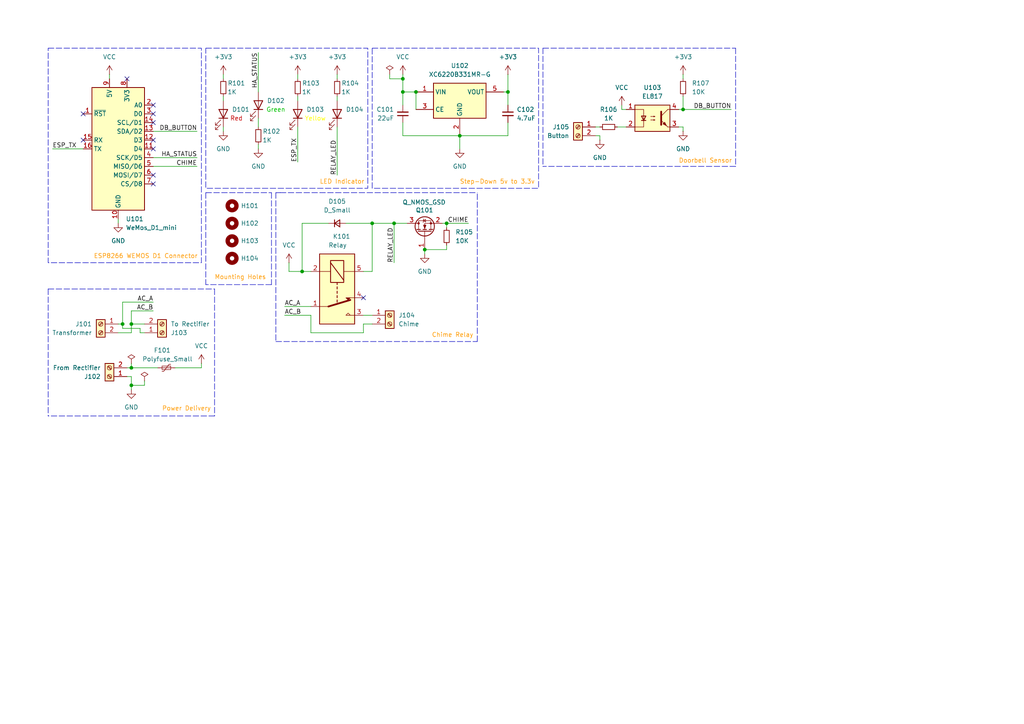
<source format=kicad_sch>
(kicad_sch (version 20231120) (generator "eeschema") (generator_version "8.0")
  (paper "A4")
  (title_block (date "2024-06-12") (rev "v1.0"))
  (lib_symbols
    (symbol "Connector:Screw_Terminal_01x02" (pin_names (offset 1.016) hide)
      (property "Reference" "J" (at 0 2.54 0))
      (property "Value" "Screw_Terminal_01x02" (at 0 -5.08 0))
      (symbol "Screw_Terminal_01x02_1_1"
        (rectangle (start -1.27 1.27) (end 1.27 -3.81) (stroke (width 0.254)) (fill (type background)))
        (circle (center 0 -2.54) (radius 0.635) (stroke (width 0.1524)))
        (polyline (pts (xy -0.5334 -2.2098) (xy 0.3302 -3.048)) (stroke (width 0.1524)))
        (polyline (pts (xy -0.5334 0.3302) (xy 0.3302 -0.508)) (stroke (width 0.1524)))
        (polyline (pts (xy -0.3556 -2.032) (xy 0.508 -2.8702)) (stroke (width 0.1524)))
        (polyline (pts (xy -0.3556 0.508) (xy 0.508 -0.3302)) (stroke (width 0.1524)))
        (circle (center 0 0) (radius 0.635) (stroke (width 0.1524)))
        (pin passive line (at -5.08 0 0) (length 3.81) (name "Pin_1") (number "1"))
        (pin passive line (at -5.08 -2.54 0) (length 3.81) (name "Pin_2") (number "2"))
      )
    )
    (symbol "Device:C_Small" (pin_numbers hide) (pin_names (offset 0.254) hide)
      (property "Reference" "C" (at 0.254 1.778 0))
      (property "Value" "C_Small" (at 0.254 -2.032 0))
      (symbol "C_Small_0_1"
        (polyline (pts (xy -1.524 -0.508) (xy 1.524 -0.508)) (stroke (width 0.3302)))
        (polyline (pts (xy -1.524 0.508) (xy 1.524 0.508)) (stroke (width 0.3048)))
      )
      (symbol "C_Small_1_1"
        (pin passive line (at 0 2.54 270) (length 2.032) (name "~") (number "1"))
        (pin passive line (at 0 -2.54 90) (length 2.032) (name "~") (number "2"))
      )
    )
    (symbol "Device:D_Small" (pin_numbers hide) (pin_names (offset 0.254) hide)
      (property "Reference" "D" (at -1.27 2.032 0))
      (property "Value" "D_Small" (at -3.81 -2.032 0))
      (symbol "D_Small_0_1"
        (polyline (pts (xy -0.762 -1.016) (xy -0.762 1.016)) (stroke (width 0.254)))
        (polyline (pts (xy -0.762 0) (xy 0.762 0)))
        (polyline (pts (xy 0.762 -1.016) (xy -0.762 0) (xy 0.762 1.016) (xy 0.762 -1.016)) (stroke (width 0.254)))
      )
      (symbol "D_Small_1_1"
        (pin passive line (at -2.54 0 0) (length 1.778) (name "K") (number "1"))
        (pin passive line (at 2.54 0 180) (length 1.778) (name "A") (number "2"))
      )
    )
    (symbol "Device:LED" (pin_numbers hide) (pin_names (offset 1.016) hide)
      (property "Reference" "D" (at 0 2.54 0))
      (property "Value" "LED" (at 0 -2.54 0))
      (symbol "LED_0_1"
        (polyline (pts (xy -1.27 -1.27) (xy -1.27 1.27)) (stroke (width 0.254)))
        (polyline (pts (xy -1.27 0) (xy 1.27 0)))
        (polyline (pts (xy 1.27 -1.27) (xy 1.27 1.27) (xy -1.27 0) (xy 1.27 -1.27)) (stroke (width 0.254)))
        (polyline (pts (xy -3.048 -0.762) (xy -4.572 -2.286) (xy -3.81 -2.286) (xy -4.572 -2.286) (xy -4.572 -1.524)))
        (polyline (pts (xy -1.778 -0.762) (xy -3.302 -2.286) (xy -2.54 -2.286) (xy -3.302 -2.286) (xy -3.302 -1.524)))
      )
      (symbol "LED_1_1"
        (pin passive line (at -3.81 0 0) (length 2.54) (name "K") (number "1"))
        (pin passive line (at 3.81 0 180) (length 2.54) (name "A") (number "2"))
      )
    )
    (symbol "Device:Polyfuse_Small" (pin_numbers hide) (pin_names (offset 0))
      (property "Reference" "F" (at -1.905 0 90))
      (property "Value" "Polyfuse_Small" (at 1.905 0 90))
      (symbol "Polyfuse_Small_0_1"
        (rectangle (start -0.508 1.27) (end 0.508 -1.27))
        (polyline (pts (xy 0 2.54) (xy 0 -2.54)))
        (polyline (pts (xy -1.016 1.27) (xy -1.016 0.762) (xy 1.016 -0.762) (xy 1.016 -1.27)))
      )
      (symbol "Polyfuse_Small_1_1"
        (pin passive line (at 0 2.54 270) (length 0.635) (name "~") (number "1"))
        (pin passive line (at 0 -2.54 90) (length 0.635) (name "~") (number "2"))
      )
    )
    (symbol "Device:Q_NMOS_GSD" (pin_names (offset 0) hide)
      (property "Reference" "Q" (at 5.08 1.27 0))
      (property "Value" "Q_NMOS_GSD" (at 5.08 -1.27 0))
      (symbol "Q_NMOS_GSD_0_1"
        (polyline (pts (xy 0.254 0) (xy -2.54 0)))
        (polyline (pts (xy 0.254 1.905) (xy 0.254 -1.905)) (stroke (width 0.254)))
        (polyline (pts (xy 0.762 -1.27) (xy 0.762 -2.286)) (stroke (width 0.254)))
        (polyline (pts (xy 0.762 0.508) (xy 0.762 -0.508)) (stroke (width 0.254)))
        (polyline (pts (xy 0.762 2.286) (xy 0.762 1.27)) (stroke (width 0.254)))
        (polyline (pts (xy 2.54 2.54) (xy 2.54 1.778)))
        (polyline (pts (xy 2.54 -2.54) (xy 2.54 0) (xy 0.762 0)))
        (polyline (pts (xy 0.762 -1.778) (xy 3.302 -1.778) (xy 3.302 1.778) (xy 0.762 1.778)))
        (polyline (pts (xy 1.016 0) (xy 2.032 0.381) (xy 2.032 -0.381) (xy 1.016 0)) (fill (type outline)))
        (polyline (pts (xy 2.794 0.508) (xy 2.921 0.381) (xy 3.683 0.381) (xy 3.81 0.254)))
        (polyline (pts (xy 3.302 0.381) (xy 2.921 -0.254) (xy 3.683 -0.254) (xy 3.302 0.381)))
        (circle (center 1.651 0) (radius 2.794) (stroke (width 0.254)))
        (circle (center 2.54 -1.778) (radius 0.254) (fill (type outline)))
        (circle (center 2.54 1.778) (radius 0.254) (fill (type outline)))
      )
      (symbol "Q_NMOS_GSD_1_1"
        (pin input line (at -5.08 0 0) (length 2.54) (name "G") (number "1"))
        (pin passive line (at 2.54 -5.08 90) (length 2.54) (name "S") (number "2"))
        (pin passive line (at 2.54 5.08 270) (length 2.54) (name "D") (number "3"))
      )
    )
    (symbol "Device:R_Small" (pin_numbers hide) (pin_names (offset 0.254) hide)
      (property "Reference" "R" (at 0.762 0.508 0))
      (property "Value" "R_Small" (at 0.762 -1.016 0))
      (symbol "R_Small_0_1"
        (rectangle (start -0.762 1.778) (end 0.762 -1.778) (stroke (width 0.2032)))
      )
      (symbol "R_Small_1_1"
        (pin passive line (at 0 2.54 270) (length 0.762) (name "~") (number "1"))
        (pin passive line (at 0 -2.54 90) (length 0.762) (name "~") (number "2"))
      )
    )
    (symbol "GND_1" (power) (pin_numbers hide) (pin_names (offset 0) hide)
      (property "Value" "GND" (at 0 -3.81 0))
      (symbol "GND_1_0_1"
        (polyline (pts (xy 0 0) (xy 0 -1.27) (xy 1.27 -1.27) (xy 0 -2.54) (xy -1.27 -1.27) (xy 0 -1.27)))
      )
      (symbol "GND_1_1_1"
        (pin power_in line (at 0 0 270) (length 0) (name "~") (number "1"))
      )
    )
    (symbol "Isolator:EL817" (pin_names (offset 1.016))
      (property "Reference" "U" (at -5.08 5.08 0))
      (property "Value" "EL817" (at 0 5.08 0))
      (symbol "EL817_0_1"
        (rectangle (start -5.08 3.81) (end 5.08 -3.81) (stroke (width 0.254)) (fill (type background)))
        (polyline (pts (xy -3.175 -0.635) (xy -1.905 -0.635)) (stroke (width 0.254)))
        (polyline (pts (xy 2.54 0.635) (xy 4.445 2.54)))
        (polyline (pts (xy 4.445 -2.54) (xy 2.54 -0.635)) (fill (type outline)))
        (polyline (pts (xy 4.445 -2.54) (xy 5.08 -2.54)))
        (polyline (pts (xy 4.445 2.54) (xy 5.08 2.54)))
        (polyline (pts (xy -5.08 2.54) (xy -2.54 2.54) (xy -2.54 -0.635)))
        (polyline (pts (xy -2.54 -0.635) (xy -2.54 -2.54) (xy -5.08 -2.54)))
        (polyline (pts (xy 2.54 1.905) (xy 2.54 -1.905) (xy 2.54 -1.905)) (stroke (width 0.508)))
        (polyline (pts (xy -2.54 -0.635) (xy -3.175 0.635) (xy -1.905 0.635) (xy -2.54 -0.635)) (stroke (width 0.254)))
        (polyline (pts (xy -0.508 -0.508) (xy 0.762 -0.508) (xy 0.381 -0.635) (xy 0.381 -0.381) (xy 0.762 -0.508)))
        (polyline (pts (xy -0.508 0.508) (xy 0.762 0.508) (xy 0.381 0.381) (xy 0.381 0.635) (xy 0.762 0.508)))
        (polyline (pts (xy 3.048 -1.651) (xy 3.556 -1.143) (xy 4.064 -2.159) (xy 3.048 -1.651) (xy 3.048 -1.651)) (fill (type outline)))
      )
      (symbol "EL817_1_1"
        (pin passive line (at -7.62 2.54 0) (length 2.54) (name "~") (number "1"))
        (pin passive line (at -7.62 -2.54 0) (length 2.54) (name "~") (number "2"))
        (pin passive line (at 7.62 -2.54 180) (length 2.54) (name "~") (number "3"))
        (pin passive line (at 7.62 2.54 180) (length 2.54) (name "~") (number "4"))
      )
    )
    (symbol "MCU_Module:WeMos_D1_mini"
      (property "Reference" "U" (at 3.81 19.05 0))
      (property "Value" "WeMos_D1_mini" (at 1.27 -19.05 0))
      (symbol "WeMos_D1_mini_1_1"
        (rectangle (start -7.62 17.78) (end 7.62 -17.78) (stroke (width 0.254)) (fill (type background)))
        (pin input line (at -10.16 10.16 0) (length 2.54) (name "~{RST}") (number "1"))
        (pin power_in line (at 0 -20.32 90) (length 2.54) (name "GND") (number "10"))
        (pin bidirectional line (at 10.16 0 180) (length 2.54) (name "D4") (number "11"))
        (pin bidirectional line (at 10.16 2.54 180) (length 2.54) (name "D3") (number "12"))
        (pin bidirectional line (at 10.16 5.08 180) (length 2.54) (name "SDA/D2") (number "13"))
        (pin bidirectional line (at 10.16 7.62 180) (length 2.54) (name "SCL/D1") (number "14"))
        (pin input line (at -10.16 2.54 0) (length 2.54) (name "RX") (number "15"))
        (pin output line (at -10.16 0 0) (length 2.54) (name "TX") (number "16"))
        (pin input line (at 10.16 12.7 180) (length 2.54) (name "A0") (number "2"))
        (pin bidirectional line (at 10.16 10.16 180) (length 2.54) (name "D0") (number "3"))
        (pin bidirectional line (at 10.16 -2.54 180) (length 2.54) (name "SCK/D5") (number "4"))
        (pin bidirectional line (at 10.16 -5.08 180) (length 2.54) (name "MISO/D6") (number "5"))
        (pin bidirectional line (at 10.16 -7.62 180) (length 2.54) (name "MOSI/D7") (number "6"))
        (pin bidirectional line (at 10.16 -10.16 180) (length 2.54) (name "CS/D8") (number "7"))
        (pin power_out line (at 2.54 20.32 270) (length 2.54) (name "3V3") (number "8"))
        (pin power_in line (at -2.54 20.32 270) (length 2.54) (name "5V") (number "9"))
      )
    )
    (symbol "Mechanical:MountingHole" (pin_names (offset 1.016))
      (property "Reference" "H" (at 0 5.08 0))
      (property "Value" "MountingHole" (at 0 3.175 0))
      (symbol "MountingHole_0_1"
        (circle (center 0 0) (radius 1.27) (stroke (width 1.27)))
      )
    )
    (symbol "PWR_FLAG_1" (power) (pin_numbers hide) (pin_names (offset 0) hide)
      (property "Value" "PWR_FLAG" (at 0 3.81 0))
      (symbol "PWR_FLAG_1_0_0"
        (pin power_out line (at 0 0 90) (length 0) (name "~") (number "1"))
      )
      (symbol "PWR_FLAG_1_0_1"
        (polyline (pts (xy 0 0) (xy 0 1.27) (xy -1.016 1.905) (xy 0 2.54) (xy 1.016 1.905) (xy 0 1.27)))
      )
    )
    (symbol "Regulator_Linear:XC6220B331MR"
      (property "Reference" "U" (at 0 8.89 0))
      (property "Value" "XC6220B331MR" (at 0 6.35 0))
      (symbol "XC6220B331MR_0_1"
        (rectangle (start -7.62 5.08) (end 7.62 -5.08) (stroke (width 0.254)) (fill (type background)))
      )
      (symbol "XC6220B331MR_1_1"
        (pin power_in line (at -12.7 2.54 0) (length 5.08) (name "VIN") (number "1"))
        (pin power_in line (at 0 -10.16 90) (length 5.08) (name "GND") (number "2"))
        (pin input line (at -12.7 -2.54 0) (length 5.08) (name "CE") (number "3"))
        (pin no_connect line (at 7.62 -2.54 180) (length 5.08) hide (name "NC") (number "4"))
        (pin power_out line (at 12.7 2.54 180) (length 5.08) (name "VOUT") (number "5"))
      )
    )
    (symbol "Relay:SANYOU_SRD_Form_C"
      (property "Reference" "K" (at 11.43 3.81 0))
      (property "Value" "SANYOU_SRD_Form_C" (at 11.43 1.27 0))
      (symbol "SANYOU_SRD_Form_C_0_0"
        (polyline (pts (xy 7.62 5.08) (xy 7.62 2.54) (xy 6.985 3.175) (xy 7.62 3.81)))
      )
      (symbol "SANYOU_SRD_Form_C_0_1"
        (rectangle (start -10.16 5.08) (end 10.16 -5.08) (stroke (width 0.254)) (fill (type background)))
        (rectangle (start -8.255 1.905) (end -1.905 -1.905) (stroke (width 0.254)))
        (polyline (pts (xy -7.62 -1.905) (xy -2.54 1.905)) (stroke (width 0.254)))
        (polyline (pts (xy -5.08 -5.08) (xy -5.08 -1.905)))
        (polyline (pts (xy -5.08 5.08) (xy -5.08 1.905)))
        (polyline (pts (xy -1.905 0) (xy -1.27 0)) (stroke (width 0.254)))
        (polyline (pts (xy -0.635 0) (xy 0 0)) (stroke (width 0.254)))
        (polyline (pts (xy 0.635 0) (xy 1.27 0)) (stroke (width 0.254)))
        (polyline (pts (xy 1.905 0) (xy 2.54 0)) (stroke (width 0.254)))
        (polyline (pts (xy 3.175 0) (xy 3.81 0)) (stroke (width 0.254)))
        (polyline (pts (xy 5.08 -2.54) (xy 3.175 3.81)) (stroke (width 0.508)))
        (polyline (pts (xy 5.08 -2.54) (xy 5.08 -5.08)))
      )
      (symbol "SANYOU_SRD_Form_C_1_1"
        (polyline (pts (xy 2.54 3.81) (xy 3.175 3.175) (xy 2.54 2.54) (xy 2.54 5.08)) (fill (type outline)))
        (pin passive line (at 5.08 -7.62 90) (length 2.54) (name "~") (number "1"))
        (pin passive line (at -5.08 -7.62 90) (length 2.54) (name "~") (number "2"))
        (pin passive line (at 7.62 7.62 270) (length 2.54) (name "~") (number "3"))
        (pin passive line (at 2.54 7.62 270) (length 2.54) (name "~") (number "4"))
        (pin passive line (at -5.08 7.62 270) (length 2.54) (name "~") (number "5"))
      )
    )
    (symbol "power:+3V3" (power) (pin_numbers hide) (pin_names (offset 0) hide)
      (property "Value" "+3V3" (at 0 3.556 0))
      (symbol "+3V3_0_1"
        (polyline (pts (xy -0.762 1.27) (xy 0 2.54)))
        (polyline (pts (xy 0 0) (xy 0 2.54)))
        (polyline (pts (xy 0 2.54) (xy 0.762 1.27)))
      )
      (symbol "+3V3_1_1"
        (pin power_in line (at 0 0 90) (length 0) (name "~") (number "1"))
      )
    )
    (symbol "power:GND" (power) (pin_numbers hide) (pin_names (offset 0) hide)
      (property "Value" "GND" (at 0 -3.81 0))
      (symbol "GND_0_1"
        (polyline (pts (xy 0 0) (xy 0 -1.27) (xy 1.27 -1.27) (xy 0 -2.54) (xy -1.27 -1.27) (xy 0 -1.27)))
      )
      (symbol "GND_1_1"
        (pin power_in line (at 0 0 270) (length 0) (name "~") (number "1"))
      )
    )
    (symbol "power:VCC" (power) (pin_numbers hide) (pin_names (offset 0) hide)
      (property "Value" "VCC" (at 0 3.556 0))
      (symbol "VCC_0_1"
        (polyline (pts (xy -0.762 1.27) (xy 0 2.54)))
        (polyline (pts (xy 0 0) (xy 0 2.54)))
        (polyline (pts (xy 0 2.54) (xy 0.762 1.27)))
      )
      (symbol "VCC_1_1"
        (pin power_in line (at 0 0 90) (length 0) (name "~") (number "1"))
      )
    )
  )
  (junction (at 87.63 78.74))
  (junction (at 107.95 64.77))
  (junction (at 133.35 39.37))
  (junction (at 116.84 26.67))
  (junction (at 38.1 106.68))
  (junction (at 147.32 26.67))
  (junction (at 120.65 26.67))
  (junction (at 198.12 31.75))
  (junction (at 38.1 93.98))
  (junction (at 114.3 64.77))
  (junction (at 38.1 111.76))
  (junction (at 129.54 64.77))
  (junction (at 116.84 22.86))
  (junction (at 123.19 72.39))
  (junction (at 35.56 93.98))
  (no_connect (at 44.45 33.02))
  (no_connect (at 24.13 40.64))
  (no_connect (at 44.45 35.56))
  (no_connect (at 24.13 33.02))
  (no_connect (at 44.45 53.34))
  (no_connect (at 44.45 40.64))
  (no_connect (at 44.45 43.18))
  (no_connect (at 105.41 86.36))
  (no_connect (at 44.45 30.48))
  (no_connect (at 44.45 50.8))
  (no_connect (at 36.83 22.86))
  (wire (pts (xy 34.29 63.5) (xy 34.29 64.77)))
  (wire (pts (xy 129.54 64.77) (xy 135.89 64.77)))
  (wire (pts (xy 180.34 31.75) (xy 181.61 31.75)))
  (wire (pts (xy 198.12 36.83) (xy 198.12 38.1)))
  (polyline (pts (xy 13.97 83.82) (xy 62.23 83.82)) (stroke (width 0) (type dash)))
  (wire (pts (xy 83.82 78.74) (xy 87.63 78.74)))
  (wire (pts (xy 105.41 91.44) (xy 107.95 91.44)))
  (wire (pts (xy 31.75 21.59) (xy 31.75 22.86)))
  (wire (pts (xy 44.45 90.17) (xy 38.1 90.17)))
  (wire (pts (xy 97.79 36.83) (xy 97.79 50.8)))
  (polyline (pts (xy 62.23 120.65) (xy 13.97 120.65)) (stroke (width 0) (type dash)))
  (polyline (pts (xy 13.97 83.82) (xy 13.97 120.65)) (stroke (width 0) (type dash)))
  (wire (pts (xy 38.1 93.98) (xy 41.91 93.98)))
  (wire (pts (xy 38.1 111.76) (xy 41.91 111.76)))
  (wire (pts (xy 147.32 26.67) (xy 147.32 30.48)))
  (wire (pts (xy 114.3 64.77) (xy 118.11 64.77)))
  (wire (pts (xy 105.41 93.98) (xy 107.95 93.98)))
  (wire (pts (xy 86.36 27.94) (xy 86.36 29.21)))
  (polyline (pts (xy 81.28 55.88) (xy 138.43 55.88)) (stroke (width 0) (type dash)))
  (wire (pts (xy 116.84 39.37) (xy 133.35 39.37)))
  (wire (pts (xy 100.33 64.77) (xy 107.95 64.77)))
  (wire (pts (xy 44.45 87.63) (xy 35.56 87.63)))
  (wire (pts (xy 179.07 36.83) (xy 181.61 36.83)))
  (polyline (pts (xy 59.69 55.88) (xy 78.74 55.88)) (stroke (width 0) (type dash)))
  (polyline (pts (xy 81.28 55.88) (xy 80.01 55.88)) (stroke (width 0) (type dash)))
  (wire (pts (xy 44.45 48.26) (xy 57.15 48.26)))
  (wire (pts (xy 90.17 96.52) (xy 105.41 96.52)))
  (wire (pts (xy 129.54 64.77) (xy 129.54 66.04)))
  (wire (pts (xy 114.3 76.2) (xy 114.3 64.77)))
  (wire (pts (xy 97.79 21.59) (xy 97.79 22.86)))
  (wire (pts (xy 180.34 30.48) (xy 180.34 31.75)))
  (wire (pts (xy 38.1 105.41) (xy 38.1 106.68)))
  (wire (pts (xy 147.32 35.56) (xy 147.32 39.37)))
  (wire (pts (xy 196.85 36.83) (xy 198.12 36.83)))
  (wire (pts (xy 129.54 72.39) (xy 123.19 72.39)))
  (wire (pts (xy 38.1 106.68) (xy 45.72 106.68)))
  (wire (pts (xy 38.1 96.52) (xy 38.1 93.98)))
  (polyline (pts (xy 157.48 13.97) (xy 213.36 13.97)) (stroke (width 0) (type dash)))
  (wire (pts (xy 40.64 95.25) (xy 40.64 96.52)))
  (wire (pts (xy 41.91 111.76) (xy 41.91 110.49)))
  (wire (pts (xy 50.8 106.68) (xy 58.42 106.68)))
  (wire (pts (xy 74.93 34.29) (xy 74.93 36.83)))
  (wire (pts (xy 34.29 93.98) (xy 35.56 93.98)))
  (wire (pts (xy 198.12 31.75) (xy 198.12 27.94)))
  (wire (pts (xy 113.03 21.59) (xy 113.03 22.86)))
  (wire (pts (xy 113.03 22.86) (xy 116.84 22.86)))
  (polyline (pts (xy 80.01 99.06) (xy 138.43 99.06)) (stroke (width 0) (type dash)))
  (wire (pts (xy 196.85 31.75) (xy 198.12 31.75)))
  (wire (pts (xy 35.56 87.63) (xy 35.56 93.98)))
  (wire (pts (xy 40.64 96.52) (xy 41.91 96.52)))
  (wire (pts (xy 116.84 26.67) (xy 116.84 30.48)))
  (wire (pts (xy 123.19 72.39) (xy 123.19 73.66)))
  (wire (pts (xy 36.83 109.22) (xy 38.1 109.22)))
  (wire (pts (xy 198.12 21.59) (xy 198.12 22.86)))
  (wire (pts (xy 44.45 45.72) (xy 57.15 45.72)))
  (wire (pts (xy 146.05 26.67) (xy 147.32 26.67)))
  (polyline (pts (xy 81.28 55.88) (xy 81.28 55.88)) (stroke (width 0) (type dash)))
  (wire (pts (xy 82.55 91.44) (xy 90.17 91.44)))
  (wire (pts (xy 58.42 106.68) (xy 58.42 105.41)))
  (wire (pts (xy 129.54 71.12) (xy 129.54 72.39)))
  (wire (pts (xy 105.41 78.74) (xy 107.95 78.74)))
  (wire (pts (xy 74.93 41.91) (xy 74.93 43.18)))
  (wire (pts (xy 87.63 78.74) (xy 90.17 78.74)))
  (wire (pts (xy 147.32 39.37) (xy 133.35 39.37)))
  (wire (pts (xy 44.45 38.1) (xy 57.15 38.1)))
  (polyline (pts (xy 213.36 48.26) (xy 157.48 48.26)) (stroke (width 0) (type dash)))
  (wire (pts (xy 95.25 64.77) (xy 87.63 64.77)))
  (wire (pts (xy 116.84 35.56) (xy 116.84 39.37)))
  (wire (pts (xy 15.24 43.18) (xy 24.13 43.18)))
  (polyline (pts (xy 157.48 13.97) (xy 157.48 48.26)) (stroke (width 0) (type dash)))
  (wire (pts (xy 116.84 21.59) (xy 116.84 22.86)))
  (wire (pts (xy 173.99 39.37) (xy 173.99 40.64)))
  (wire (pts (xy 34.29 96.52) (xy 38.1 96.52)))
  (wire (pts (xy 36.83 106.68) (xy 38.1 106.68)))
  (wire (pts (xy 35.56 93.98) (xy 35.56 95.25)))
  (wire (pts (xy 64.77 21.59) (xy 64.77 22.86)))
  (wire (pts (xy 147.32 21.59) (xy 147.32 26.67)))
  (wire (pts (xy 82.55 88.9) (xy 90.17 88.9)))
  (wire (pts (xy 198.12 31.75) (xy 212.09 31.75)))
  (wire (pts (xy 133.35 43.18) (xy 133.35 39.37)))
  (wire (pts (xy 105.41 96.52) (xy 105.41 93.98)))
  (polyline (pts (xy 213.36 13.97) (xy 213.36 48.26)) (stroke (width 0) (type dash)))
  (wire (pts (xy 86.36 21.59) (xy 86.36 22.86)))
  (polyline (pts (xy 78.74 82.55) (xy 59.69 82.55)) (stroke (width 0) (type dash)))
  (wire (pts (xy 74.93 15.24) (xy 74.93 26.67)))
  (polyline (pts (xy 78.74 55.88) (xy 78.74 82.55)) (stroke (width 0) (type dash)))
  (wire (pts (xy 172.72 39.37) (xy 173.99 39.37)))
  (wire (pts (xy 97.79 27.94) (xy 97.79 29.21)))
  (wire (pts (xy 38.1 113.03) (xy 38.1 111.76)))
  (wire (pts (xy 172.72 36.83) (xy 173.99 36.83)))
  (wire (pts (xy 38.1 90.17) (xy 38.1 93.98)))
  (wire (pts (xy 120.65 26.67) (xy 120.65 31.75)))
  (polyline (pts (xy 80.01 55.88) (xy 80.01 99.06)) (stroke (width 0) (type dash)))
  (wire (pts (xy 116.84 22.86) (xy 116.84 26.67)))
  (wire (pts (xy 38.1 109.22) (xy 38.1 111.76)))
  (wire (pts (xy 116.84 26.67) (xy 120.65 26.67)))
  (wire (pts (xy 83.82 76.2) (xy 83.82 78.74)))
  (wire (pts (xy 64.77 27.94) (xy 64.77 29.21)))
  (wire (pts (xy 64.77 36.83) (xy 64.77 38.1)))
  (wire (pts (xy 86.36 36.83) (xy 86.36 46.99)))
  (polyline (pts (xy 59.69 55.88) (xy 59.69 82.55)) (stroke (width 0) (type dash)))
  (polyline (pts (xy 62.23 83.82) (xy 62.23 120.65)) (stroke (width 0) (type dash)))
  (wire (pts (xy 107.95 64.77) (xy 107.95 78.74)))
  (wire (pts (xy 128.27 64.77) (xy 129.54 64.77)))
  (polyline (pts (xy 138.43 99.06) (xy 138.43 55.88)) (stroke (width 0) (type dash)))
  (wire (pts (xy 87.63 64.77) (xy 87.63 78.74)))
  (wire (pts (xy 107.95 64.77) (xy 114.3 64.77)))
  (wire (pts (xy 90.17 91.44) (xy 90.17 96.52)))
  (wire (pts (xy 35.56 95.25) (xy 40.64 95.25)))
  (rectangle (start 107.95 13.97) (end 156.21 54.61) (stroke (width 0) (type dash)))
  (rectangle (start 59.69 13.97) (end 106.68 54.61) (stroke (width 0) (type dash)))
  (rectangle (start 13.97 13.97) (end 58.42 76.2) (stroke (width 0) (type dash)))
  (text "LED Indicator" (at 92.71 53.594 0) (effects (font (size 1.27 1.27)) (justify left bottom)))
  (text "Chime Relay" (at 125.222 98.044 0) (effects (font (size 1.27 1.27)) (justify left bottom)))
  (text "ESP8266 WEMOS D1 Connector" (at 27.178 75.184 0) (effects (font (size 1.27 1.27)) (justify left bottom)))
  (text "Step-Down 5v to 3.3v" (at 133.35 53.594 0) (effects (font (size 1.27 1.27)) (justify left bottom)))
  (text "Doorbell Sensor" (at 196.85 47.498 0) (effects (font (size 1.27 1.27)) (justify left bottom)))
  (text "Mounting Holes" (at 62.23 81.28 0) (effects (font (size 1.27 1.27)) (justify left bottom)))
  (text "Power Delivery" (at 46.99 119.38 0) (effects (font (size 1.27 1.27)) (justify left bottom)))
  (label "DB_BUTTON" (at 57.15 38.1 180))
  (label "AC_B" (at 82.55 91.44 0))
  (label "CHIME" (at 135.89 64.77 180))
  (label "AC_A" (at 82.55 88.9 0))
  (label "AC_B" (at 44.45 90.17 180))
  (label "AC_A" (at 44.45 87.63 180))
  (label "DB_BUTTON" (at 212.09 31.75 180))
  (label "ESP_TX" (at 15.24 43.18 0))
  (label "RELAY_LED" (at 114.3 76.2 90))
  (label "CHIME" (at 57.15 48.26 180))
  (label "RELAY_LED" (at 97.79 50.8 90))
  (label "HA_STATUS" (at 74.93 15.24 270))
  (label "ESP_TX" (at 86.36 46.99 90))
  (label "HA_STATUS" (at 57.15 45.72 180))
  (symbol (lib_name "GND_1") (lib_id "power:GND") (at 64.77 38.1 0) (unit 1)
    (property "Reference" "#PWR0106" (effects (hide yes)))
    (property "Value" "GND" (at 64.77 43.18 0))
    (property "Description" "Power symbol creates a global label with name \"GND\" , ground" (effects (hide yes)))
  )
  (symbol (lib_name "PWR_FLAG_1") (lib_id "power:PWR_FLAG") (at 38.1 105.41 0) (unit 1)
    (property "Reference" "#FLG0101" (effects (hide yes)))
    (property "Value" "PWR_FLAG" (effects (hide yes)))
    (property "Description" "Special symbol for telling ERC where power comes from" (effects (hide yes)))
  )
  (symbol (lib_id "Device:LED") (at 97.79 33.02 270) (mirror x) (unit 1)
    (property "Reference" "D104" (at 102.87 31.75 90))
    (property "Value" "White" (at 102.87 34.29 90))
    (property "Footprint" "LED_SMD:LED_0805_2012Metric" (effects (hide yes)))
    (property "LCSC" "C34499" (effects (hide yes)))
  )
  (symbol (lib_id "Device:R_Small") (at 86.36 25.4 180) (unit 1)
    (property "Reference" "R103" (at 90.17 24.13 0))
    (property "Value" "1K" (at 88.9 26.67 0))
    (property "Footprint" "Resistor_SMD:R_0603_1608Metric" (effects (hide yes)))
    (property "LCSC" "C21190" (effects (hide yes)))
  )
  (symbol (lib_id "Device:C_Small") (at 147.32 33.02 0) (unit 1)
    (property "Reference" "C102" (at 149.86 31.7563 0) (effects (justify left)))
    (property "Value" "4.7uF" (at 149.86 34.2963 0) (effects (justify left)))
    (property "Footprint" "Capacitor_SMD:C_0603_1608Metric" (effects (hide yes)))
    (property "LCSC" "C19666" (effects (hide yes)))
  )
  (symbol (lib_id "Device:R_Small") (at 198.12 25.4 0) (unit 1)
    (property "Reference" "R107" (at 200.66 24.13 0) (effects (justify left)))
    (property "Value" "10K" (at 200.66 26.67 0) (effects (justify left)))
    (property "Footprint" "Resistor_SMD:R_0603_1608Metric" (effects (hide yes)))
    (property "LCSC" "C25804" (effects (hide yes)))
  )
  (symbol (lib_id "power:VCC") (at 116.84 21.59 0) (unit 1)
    (property "Reference" "#PWR0111" (effects (hide yes)))
    (property "Value" "VCC" (at 116.84 16.51 0))
    (property "Description" "Power symbol creates a global label with name \"VCC\"" (effects (hide yes)))
  )
  (symbol (lib_id "Isolator:EL817") (at 189.23 34.29 0) (unit 1)
    (property "Reference" "U103" (at 189.23 25.4 0))
    (property "Value" "EL817" (at 189.23 27.94 0))
    (property "Footprint" "Package_DIP:DIP-4_W7.62mm_SMDSocket_SmallPads" (effects (hide yes)))
    (property "Datasheet" "http://www.everlight.com/file/ProductFile/EL817.pdf" (effects (hide yes)))
    (property "LCSC" "C106900" (effects (hide yes)))
  )
  (symbol (lib_id "MCU_Module:WeMos_D1_mini") (at 34.29 43.18 0) (unit 1)
    (property "Reference" "U101" (at 36.4841 63.5 0) (effects (justify left)))
    (property "Value" "WeMos_D1_mini" (at 36.4841 66.04 0) (effects (justify left)))
    (property "Footprint" "Module:WEMOS_D1_mini_light" (effects (hide yes)))
    (property "Datasheet" "https://wiki.wemos.cc/products:d1:d1_mini#documentation" (effects (hide yes)))
    (property "Description" "32-bit microcontroller module with WiFi" (effects (hide yes)))
  )
  (symbol (lib_id "Connector:Screw_Terminal_01x02") (at 46.99 96.52 0) (mirror x) (unit 1) (in_bom no)
    (property "Reference" "J103" (at 49.53 96.52 0) (effects (justify left)))
    (property "Value" "To Rectifier" (at 49.53 93.98 0) (effects (justify left)))
    (property "Footprint" "TerminalBlock_Phoenix:TerminalBlock_Phoenix_MKDS-1,5-2_1x02_P5.00mm_Horizontal" (effects (hide yes)))
  )
  (symbol (lib_id "Mechanical:MountingHole") (at 67.31 64.77 0) (unit 1)
    (property "Reference" "H102" (at 69.85 64.77 0) (effects (justify left)))
    (property "Value" "MountingHole" (effects (hide yes)))
    (property "Footprint" "MountingHole:MountingHole_3mm" (effects (hide yes)))
  )
  (symbol (lib_id "power:+3V3") (at 97.79 21.59 0) (unit 1)
    (property "Reference" "#PWR0110" (effects (hide yes)))
    (property "Value" "+3V3" (at 97.79 16.51 0))
    (property "Description" "Power symbol creates a global label with name \"+3V3\"" (effects (hide yes)))
  )
  (symbol (lib_id "power:VCC") (at 180.34 30.48 0) (unit 1)
    (property "Reference" "#PWR0116" (effects (hide yes)))
    (property "Value" "VCC" (at 180.34 25.4 0))
    (property "Description" "Power symbol creates a global label with name \"VCC\"" (effects (hide yes)))
  )
  (symbol (lib_id "Device:LED") (at 74.93 30.48 270) (mirror x) (unit 1)
    (property "Reference" "D102" (at 80.01 29.21 90))
    (property "Value" "Green" (at 80.01 31.75 90))
    (property "Footprint" "LED_SMD:LED_0805_2012Metric" (effects (hide yes)))
    (property "LCSC" "C2297" (effects (hide yes)))
  )
  (symbol (lib_id "Device:R_Small") (at 74.93 39.37 180) (unit 1)
    (property "Reference" "R102" (at 78.74 38.1 0))
    (property "Value" "1K" (at 77.47 40.64 0))
    (property "Footprint" "Resistor_SMD:R_0603_1608Metric" (effects (hide yes)))
    (property "LCSC" "C21190" (effects (hide yes)))
  )
  (symbol (lib_id "Connector:Screw_Terminal_01x02") (at 31.75 109.22 180) (unit 1) (in_bom no)
    (property "Reference" "J102" (at 29.21 109.22 0) (effects (justify left)))
    (property "Value" "From Rectifier" (at 29.21 106.68 0) (effects (justify left)))
    (property "Footprint" "TerminalBlock_Phoenix:TerminalBlock_Phoenix_MKDS-1,5-2_1x02_P5.00mm_Horizontal" (effects (hide yes)))
  )
  (symbol (lib_id "Device:Q_NMOS_GSD") (at 123.19 67.31 90) (unit 1)
    (property "Reference" "Q101" (at 125.73 60.96 90) (effects (justify left)))
    (property "Value" "Q_NMOS_GSD" (at 129.286 58.674 90) (effects (justify left)))
    (property "Footprint" "Package_TO_SOT_SMD:SOT-23" (effects (hide yes)))
    (property "LCSC" "C8545" (effects (hide yes)))
  )
  (symbol (lib_name "GND_1") (lib_id "power:GND") (at 34.29 64.77 0) (unit 1)
    (property "Reference" "#PWR0102" (effects (hide yes)))
    (property "Value" "GND" (at 34.29 69.85 0))
    (property "Description" "Power symbol creates a global label with name \"GND\" , ground" (effects (hide yes)))
  )
  (symbol (lib_id "power:GND") (at 123.19 73.66 0) (unit 1)
    (property "Reference" "#PWR0112" (effects (hide yes)))
    (property "Value" "GND" (at 123.19 78.74 0))
    (property "Description" "Power symbol creates a global label with name \"GND\" , ground" (effects (hide yes)))
  )
  (symbol (lib_id "power:+3V3") (at 64.77 21.59 0) (unit 1)
    (property "Reference" "#PWR0105" (effects (hide yes)))
    (property "Value" "+3V3" (at 64.77 16.51 0))
    (property "Description" "Power symbol creates a global label with name \"+3V3\"" (effects (hide yes)))
  )
  (symbol (lib_name "GND_1") (lib_id "power:GND") (at 133.35 43.18 0) (unit 1)
    (property "Reference" "#PWR0113" (effects (hide yes)))
    (property "Value" "GND" (at 133.35 48.26 0))
    (property "Description" "Power symbol creates a global label with name \"GND\" , ground" (effects (hide yes)))
  )
  (symbol (lib_id "Regulator_Linear:XC6220B331MR") (at 133.35 29.21 0) (unit 1)
    (property "Reference" "U102" (at 133.35 19.05 0))
    (property "Value" "XC6220B331MR-G" (at 133.35 21.59 0))
    (property "Footprint" "Package_TO_SOT_SMD:SOT-23-5" (effects (hide yes)))
    (property "Datasheet" "https://www.torexsemi.com/file/xc6220/XC6220.pdf" (effects (hide yes)))
    (property "LCSC" "C86534" (effects (hide yes)))
  )
  (symbol (lib_id "Connector:Screw_Terminal_01x02") (at 113.03 91.44 0) (unit 1) (in_bom no)
    (property "Reference" "J104" (at 115.57 91.4399 0) (effects (justify left)))
    (property "Value" "Chime" (at 115.57 93.9799 0) (effects (justify left)))
    (property "Footprint" "TerminalBlock_Phoenix:TerminalBlock_Phoenix_MKDS-1,5-2_1x02_P5.00mm_Horizontal" (effects (hide yes)))
  )
  (symbol (lib_id "power:VCC") (at 31.75 21.59 0) (unit 1)
    (property "Reference" "#PWR0101" (effects (hide yes)))
    (property "Value" "VCC" (at 31.75 16.51 0))
    (property "Description" "Power symbol creates a global label with name \"VCC\"" (effects (hide yes)))
  )
  (symbol (lib_id "Mechanical:MountingHole") (at 67.31 69.85 0) (unit 1)
    (property "Reference" "H103" (at 69.85 69.85 0) (effects (justify left)))
    (property "Value" "MountingHole" (effects (hide yes)))
    (property "Footprint" "MountingHole:MountingHole_3mm" (effects (hide yes)))
  )
  (symbol (lib_id "Mechanical:MountingHole") (at 67.31 74.93 0) (unit 1)
    (property "Reference" "H104" (at 69.85 74.93 0) (effects (justify left)))
    (property "Value" "MountingHole" (effects (hide yes)))
    (property "Footprint" "MountingHole:MountingHole_3mm" (effects (hide yes)))
  )
  (symbol (lib_name "GND_1") (lib_id "power:GND") (at 74.93 43.18 0) (unit 1)
    (property "Reference" "#PWR0107" (effects (hide yes)))
    (property "Value" "GND" (at 74.93 48.26 0))
    (property "Description" "Power symbol creates a global label with name \"GND\" , ground" (effects (hide yes)))
  )
  (symbol (lib_id "Relay:SANYOU_SRD_Form_C") (at 97.79 83.82 270) (unit 1) (in_bom no)
    (property "Reference" "K101" (at 96.52 68.58 90) (effects (justify left)))
    (property "Value" "Relay" (at 95.25 71.12 90) (effects (justify left)))
    (property "Footprint" "Relay_THT:Relay_SPDT_SANYOU_SRD_Series_Form_C" (effects (hide yes)))
    (property "Datasheet" "http://www.sanyourelay.ca/public/products/pdf/SRD.pdf" (effects (hide yes)))
  )
  (symbol (lib_id "power:VCC") (at 58.42 105.41 0) (unit 1)
    (property "Reference" "#PWR0104" (effects (hide yes)))
    (property "Value" "VCC" (at 58.42 100.33 0))
    (property "Description" "Power symbol creates a global label with name \"VCC\"" (effects (hide yes)))
  )
  (symbol (lib_name "GND_1") (lib_id "power:GND") (at 38.1 113.03 0) (unit 1)
    (property "Reference" "#PWR0103" (effects (hide yes)))
    (property "Value" "GND" (at 38.1 118.11 0))
    (property "Description" "Power symbol creates a global label with name \"GND\" , ground" (effects (hide yes)))
  )
  (symbol (lib_id "Connector:Screw_Terminal_01x02") (at 167.64 36.83 0) (mirror y) (unit 1) (in_bom no)
    (property "Reference" "J105" (at 165.1 36.83 0) (effects (justify left)))
    (property "Value" "Button" (at 165.1 39.37 0) (effects (justify left)))
    (property "Footprint" "TerminalBlock_Phoenix:TerminalBlock_Phoenix_MKDS-1,5-2_1x02_P5.00mm_Horizontal" (effects (hide yes)))
  )
  (symbol (lib_id "Device:R_Small") (at 64.77 25.4 180) (unit 1)
    (property "Reference" "R101" (at 68.58 24.13 0))
    (property "Value" "1K" (at 67.31 26.67 0))
    (property "Footprint" "Resistor_SMD:R_0603_1608Metric" (effects (hide yes)))
    (property "LCSC" "C21190" (effects (hide yes)))
  )
  (symbol (lib_name "GND_1") (lib_id "power:GND") (at 198.12 38.1 0) (unit 1)
    (property "Reference" "#PWR0118" (effects (hide yes)))
    (property "Value" "GND" (at 198.12 43.18 0))
    (property "Description" "Power symbol creates a global label with name \"GND\" , ground" (effects (hide yes)))
  )
  (symbol (lib_id "Device:R_Small") (at 129.54 68.58 0) (unit 1)
    (property "Reference" "R105" (at 132.08 67.31 0) (effects (justify left)))
    (property "Value" "10K" (at 132.08 69.85 0) (effects (justify left)))
    (property "Footprint" "Resistor_SMD:R_0603_1608Metric" (effects (hide yes)))
    (property "LCSC" "C25804" (effects (hide yes)))
  )
  (symbol (lib_id "power:+3V3") (at 198.12 21.59 0) (unit 1)
    (property "Reference" "#PWR0117" (effects (hide yes)))
    (property "Value" "+3V3" (at 198.12 16.51 0))
    (property "Description" "Power symbol creates a global label with name \"+3V3\"" (effects (hide yes)))
  )
  (symbol (lib_name "PWR_FLAG_1") (lib_id "power:PWR_FLAG") (at 41.91 110.49 0) (unit 1)
    (property "Reference" "#FLG0102" (effects (hide yes)))
    (property "Value" "PWR_FLAG" (effects (hide yes)))
    (property "Description" "Special symbol for telling ERC where power comes from" (effects (hide yes)))
  )
  (symbol (lib_id "Device:R_Small") (at 97.79 25.4 180) (unit 1)
    (property "Reference" "R104" (at 101.6 24.13 0))
    (property "Value" "1K" (at 100.33 26.67 0))
    (property "Footprint" "Resistor_SMD:R_0603_1608Metric" (effects (hide yes)))
    (property "LCSC" "C21190" (effects (hide yes)))
  )
  (symbol (lib_id "Device:R_Small") (at 176.53 36.83 90) (unit 1)
    (property "Reference" "R106" (at 176.53 31.75 90))
    (property "Value" "1K" (at 176.53 34.29 90))
    (property "Footprint" "Resistor_SMD:R_0603_1608Metric" (effects (hide yes)))
    (property "LCSC" "C21190" (effects (hide yes)))
  )
  (symbol (lib_id "Device:Polyfuse_Small") (at 48.26 106.68 90) (unit 1)
    (property "Reference" "F101" (at 49.53 101.6 90) (effects (justify left)))
    (property "Value" "Polyfuse_Small" (at 55.88 104.14 90) (effects (justify left)))
    (property "Footprint" "footprints:Fuse_1812_4532Metric" (effects (hide yes)))
    (property "LCSC" "C12559" (effects (hide yes)))
  )
  (symbol (lib_id "power:+3V3") (at 86.36 21.59 0) (unit 1)
    (property "Reference" "#PWR0109" (effects (hide yes)))
    (property "Value" "+3V3" (at 86.36 16.51 0))
    (property "Description" "Power symbol creates a global label with name \"+3V3\"" (effects (hide yes)))
  )
  (symbol (lib_id "Connector:Screw_Terminal_01x02") (at 29.21 93.98 0) (mirror y) (unit 1) (in_bom no)
    (property "Reference" "J101" (at 26.67 93.98 0) (effects (justify left)))
    (property "Value" "Transformer" (at 26.67 96.52 0) (effects (justify left)))
    (property "Footprint" "TerminalBlock_Phoenix:TerminalBlock_Phoenix_MKDS-1,5-2_1x02_P5.00mm_Horizontal" (effects (hide yes)))
  )
  (symbol (lib_id "Device:D_Small") (at 97.79 64.77 0) (unit 1)
    (property "Reference" "D105" (at 97.79 58.42 0))
    (property "Value" "D_Small" (at 97.79 60.96 0))
    (property "Footprint" "Diode_SMD:D_SMA" (effects (hide yes)))
    (property "Sim.Device" "D" (effects (hide yes)))
    (property "Sim.Pins" "1=K 2=A" (effects (hide yes)))
    (property "LCSC" "C8678" (effects (hide yes)))
  )
  (symbol (lib_id "Device:C_Small") (at 116.84 33.02 0) (mirror x) (unit 1)
    (property "Reference" "C101" (at 114.3 31.7436 0) (effects (justify right)))
    (property "Value" "22uF" (at 114.3 34.2836 0) (effects (justify right)))
    (property "Footprint" "Capacitor_SMD:C_0603_1608Metric" (effects (hide yes)))
    (property "LCSC" "C59461" (effects (hide yes)))
  )
  (symbol (lib_id "power:+3V3") (at 147.32 21.59 0) (unit 1)
    (property "Reference" "#PWR0114" (effects (hide yes)))
    (property "Value" "+3V3" (at 147.32 16.51 0))
    (property "Description" "Power symbol creates a global label with name \"+3V3\"" (effects (hide yes)))
  )
  (symbol (lib_id "Device:LED") (at 86.36 33.02 270) (mirror x) (unit 1)
    (property "Reference" "D103" (at 91.44 31.75 90))
    (property "Value" "Yellow" (at 91.44 34.29 90))
    (property "Footprint" "LED_SMD:LED_0805_2012Metric" (effects (hide yes)))
    (property "LCSC" "C2296" (effects (hide yes)))
  )
  (symbol (lib_id "Mechanical:MountingHole") (at 67.31 59.69 0) (unit 1)
    (property "Reference" "H101" (at 69.85 59.69 0) (effects (justify left)))
    (property "Value" "MountingHole" (effects (hide yes)))
    (property "Footprint" "MountingHole:MountingHole_3mm" (effects (hide yes)))
  )
  (symbol (lib_id "power:VCC") (at 83.82 76.2 0) (unit 1)
    (property "Reference" "#PWR0108" (effects (hide yes)))
    (property "Value" "VCC" (at 83.82 71.12 0))
    (property "Description" "Power symbol creates a global label with name \"VCC\"" (effects (hide yes)))
  )
  (symbol (lib_name "PWR_FLAG_1") (lib_id "power:PWR_FLAG") (at 113.03 21.59 0) (unit 1)
    (property "Reference" "#FLG0103" (effects (hide yes)))
    (property "Value" "PWR_FLAG" (effects (hide yes)))
    (property "Description" "Special symbol for telling ERC where power comes from" (effects (hide yes)))
  )
  (symbol (lib_name "GND_1") (lib_id "power:GND") (at 173.99 40.64 0) (unit 1)
    (property "Reference" "#PWR0115" (effects (hide yes)))
    (property "Value" "GND" (at 173.99 45.72 0))
    (property "Description" "Power symbol creates a global label with name \"GND\" , ground" (effects (hide yes)))
  )
  (symbol (lib_id "Device:LED") (at 64.77 33.02 270) (mirror x) (unit 1)
    (property "Reference" "D101" (at 69.85 31.75 90))
    (property "Value" "Red" (at 68.58 34.29 90))
    (property "Footprint" "LED_SMD:LED_0805_2012Metric" (effects (hide yes)))
    (property "LCSC" "C84256" (effects (hide yes)))
  )
)
</source>
